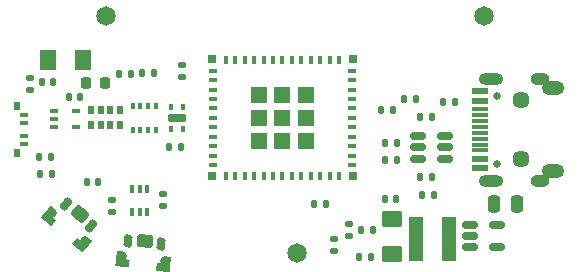
<source format=gts>
G04 #@! TF.GenerationSoftware,KiCad,Pcbnew,(6.0.0)*
G04 #@! TF.CreationDate,2022-03-23T01:08:54-05:00*
G04 #@! TF.ProjectId,temp sensor,74656d70-2073-4656-9e73-6f722e6b6963,0.3*
G04 #@! TF.SameCoordinates,Original*
G04 #@! TF.FileFunction,Soldermask,Top*
G04 #@! TF.FilePolarity,Negative*
%FSLAX45Y45*%
G04 Gerber Fmt 4.5, Leading zero omitted, Abs format (unit mm)*
G04 Created by KiCad (PCBNEW (6.0.0)) date 2022-03-23 01:08:54*
%MOMM*%
%LPD*%
G01*
G04 APERTURE LIST*
G04 Aperture macros list*
%AMRoundRect*
0 Rectangle with rounded corners*
0 $1 Rounding radius*
0 $2 $3 $4 $5 $6 $7 $8 $9 X,Y pos of 4 corners*
0 Add a 4 corners polygon primitive as box body*
4,1,4,$2,$3,$4,$5,$6,$7,$8,$9,$2,$3,0*
0 Add four circle primitives for the rounded corners*
1,1,$1+$1,$2,$3*
1,1,$1+$1,$4,$5*
1,1,$1+$1,$6,$7*
1,1,$1+$1,$8,$9*
0 Add four rect primitives between the rounded corners*
20,1,$1+$1,$2,$3,$4,$5,0*
20,1,$1+$1,$4,$5,$6,$7,0*
20,1,$1+$1,$6,$7,$8,$9,0*
20,1,$1+$1,$8,$9,$2,$3,0*%
%AMFreePoly0*
4,1,16,0.475001,-0.400000,0.075000,-0.400000,0.075000,-0.388121,0.000000,-0.400000,-0.123607,-0.380423,-0.235114,-0.323607,-0.323607,-0.235114,-0.380423,-0.123607,-0.400000,0.000000,-0.380423,0.123607,-0.323607,0.235114,-0.308721,0.250000,-0.675000,0.250000,-0.675000,0.900000,0.475000,0.900000,0.475001,-0.400000,0.475001,-0.400000,$1*%
%AMFreePoly1*
4,1,16,0.675000,0.250000,0.308721,0.250000,0.323607,0.235114,0.380423,0.123607,0.400000,0.000000,0.380423,-0.123607,0.323607,-0.235114,0.235114,-0.323607,0.123607,-0.380423,0.000000,-0.400000,-0.075000,-0.388121,-0.075000,-0.400000,-0.475000,-0.400000,-0.475000,0.900000,0.675000,0.900000,0.675000,0.250000,0.675000,0.250000,$1*%
G04 Aperture macros list end*
%ADD10RoundRect,0.150000X-0.512500X-0.150000X0.512500X-0.150000X0.512500X0.150000X-0.512500X0.150000X0*%
%ADD11R,0.350000X0.500000*%
%ADD12RoundRect,0.140000X-0.170000X0.140000X-0.170000X-0.140000X0.170000X-0.140000X0.170000X0.140000X0*%
%ADD13R,1.200000X3.700000*%
%ADD14RoundRect,0.135000X-0.135000X-0.185000X0.135000X-0.185000X0.135000X0.185000X-0.135000X0.185000X0*%
%ADD15RoundRect,0.135000X0.135000X0.185000X-0.135000X0.185000X-0.135000X-0.185000X0.135000X-0.185000X0*%
%ADD16RoundRect,0.135000X0.185000X-0.135000X0.185000X0.135000X-0.185000X0.135000X-0.185000X-0.135000X0*%
%ADD17RoundRect,0.087500X0.087500X-0.187500X0.087500X0.187500X-0.087500X0.187500X-0.087500X-0.187500X0*%
%ADD18RoundRect,0.175000X0.625000X-0.175000X0.625000X0.175000X-0.625000X0.175000X-0.625000X-0.175000X0*%
%ADD19RoundRect,0.250000X-0.250000X-0.475000X0.250000X-0.475000X0.250000X0.475000X-0.250000X0.475000X0*%
%ADD20RoundRect,0.140000X-0.140000X-0.170000X0.140000X-0.170000X0.140000X0.170000X-0.140000X0.170000X0*%
%ADD21C,0.650000*%
%ADD22R,1.450000X0.600000*%
%ADD23R,1.450000X0.300000*%
%ADD24O,2.100000X1.000000*%
%ADD25O,1.600000X1.000000*%
%ADD26RoundRect,0.140000X0.140000X0.170000X-0.140000X0.170000X-0.140000X-0.170000X0.140000X-0.170000X0*%
%ADD27RoundRect,0.275000X-0.451417X-0.229069X0.393926X-0.317918X0.451417X0.229069X-0.393926X0.317918X0*%
%ADD28RoundRect,0.175000X-0.213240X-0.354653X0.134843X-0.391238X0.213240X0.354653X-0.134843X0.391238X0*%
%ADD29FreePoly0,174.000000*%
%ADD30FreePoly1,174.000000*%
%ADD31RoundRect,0.135000X-0.185000X0.135000X-0.185000X-0.135000X0.185000X-0.135000X0.185000X0.135000X0*%
%ADD32RoundRect,0.140000X0.170000X-0.140000X0.170000X0.140000X-0.170000X0.140000X-0.170000X-0.140000X0*%
%ADD33R,0.400000X0.650000*%
%ADD34R,0.630000X0.660000*%
%ADD35R,0.800000X0.400000*%
%ADD36RoundRect,0.275000X-0.501168X0.071280X0.140335X-0.486370X0.501168X-0.071280X-0.140335X0.486370X0*%
%ADD37RoundRect,0.175000X-0.378096X-0.168206X-0.113948X-0.397826X0.378096X0.168206X0.113948X0.397826X0*%
%ADD38FreePoly0,139.000000*%
%ADD39FreePoly1,139.000000*%
%ADD40R,0.400000X0.800000*%
%ADD41R,1.450000X1.450000*%
%ADD42R,0.700000X0.700000*%
%ADD43C,1.650000*%
%ADD44RoundRect,0.250001X0.462499X0.624999X-0.462499X0.624999X-0.462499X-0.624999X0.462499X-0.624999X0*%
%ADD45RoundRect,0.250001X-0.624999X0.462499X-0.624999X-0.462499X0.624999X-0.462499X0.624999X0.462499X0*%
%ADD46R,0.590000X0.690000*%
%ADD47RoundRect,0.225000X-0.225000X-0.250000X0.225000X-0.250000X0.225000X0.250000X-0.225000X0.250000X0*%
%ADD48R,0.650000X0.400000*%
%ADD49O,1.900000X1.200000*%
%ADD50C,1.450000*%
G04 APERTURE END LIST*
D10*
G04 #@! TO.C,U5*
X15177558Y-9319002D03*
X15177558Y-9414002D03*
X15177558Y-9509002D03*
X15405058Y-9509002D03*
X15405058Y-9414002D03*
X15405058Y-9319002D03*
G04 #@! TD*
D11*
G04 #@! TO.C,U3*
X12765700Y-9060500D03*
X12830700Y-9060500D03*
X12895700Y-9060500D03*
X12960700Y-9060500D03*
X12960700Y-9265500D03*
X12895700Y-9265500D03*
X12830700Y-9265500D03*
X12765700Y-9265500D03*
G04 #@! TD*
D12*
G04 #@! TO.C,C2*
X14466800Y-10191000D03*
X14466800Y-10287000D03*
G04 #@! TD*
D13*
G04 #@! TO.C,L2*
X15443300Y-10192100D03*
X15163300Y-10192100D03*
G04 #@! TD*
D14*
G04 #@! TO.C,R8*
X14696800Y-10111000D03*
X14798800Y-10111000D03*
G04 #@! TD*
G04 #@! TO.C,R1*
X15059776Y-9008222D03*
X15161776Y-9008222D03*
G04 #@! TD*
D15*
G04 #@! TO.C,R3*
X12075800Y-9497000D03*
X11973800Y-9497000D03*
G04 #@! TD*
D16*
G04 #@! TO.C,R15*
X11897800Y-8930000D03*
X11897800Y-8828000D03*
G04 #@! TD*
D15*
G04 #@! TO.C,R13*
X15000800Y-9518000D03*
X14898800Y-9518000D03*
G04 #@! TD*
D10*
G04 #@! TO.C,U2*
X15622050Y-10068000D03*
X15622050Y-10163000D03*
X15622050Y-10258000D03*
X15849550Y-10258000D03*
X15849550Y-10068000D03*
G04 #@! TD*
D17*
G04 #@! TO.C,U1*
X13090800Y-9256500D03*
X13190800Y-9256500D03*
X13190800Y-9071500D03*
X13090800Y-9071500D03*
D18*
X13140800Y-9164000D03*
G04 #@! TD*
D19*
G04 #@! TO.C,C8*
X15825720Y-9894824D03*
X16015720Y-9894824D03*
G04 #@! TD*
D15*
G04 #@! TO.C,R11*
X15300144Y-9667240D03*
X15198144Y-9667240D03*
G04 #@! TD*
D14*
G04 #@! TO.C,R14*
X11975800Y-9636000D03*
X12077800Y-9636000D03*
G04 #@! TD*
D15*
G04 #@! TO.C,R12*
X15000424Y-9379966D03*
X14898424Y-9379966D03*
G04 #@! TD*
G04 #@! TO.C,R17*
X12941800Y-8787000D03*
X12839800Y-8787000D03*
G04 #@! TD*
D14*
G04 #@! TO.C,R2*
X14865800Y-9098000D03*
X14967800Y-9098000D03*
G04 #@! TD*
D20*
G04 #@! TO.C,C4*
X12376800Y-9710000D03*
X12472800Y-9710000D03*
G04 #@! TD*
D21*
G04 #@! TO.C,J1*
X15849696Y-8975396D03*
X15849696Y-9553396D03*
D22*
X15705196Y-9589396D03*
X15705196Y-9509396D03*
D23*
X15705196Y-9389396D03*
X15705196Y-9289396D03*
X15705196Y-9239396D03*
X15705196Y-9139396D03*
D22*
X15705196Y-9019396D03*
X15705196Y-8939396D03*
X15705196Y-8939396D03*
X15705196Y-9019396D03*
D23*
X15705196Y-9089396D03*
X15705196Y-9189396D03*
X15705196Y-9339396D03*
X15705196Y-9439396D03*
D22*
X15705196Y-9509396D03*
X15705196Y-9589396D03*
D24*
X15796696Y-8832396D03*
X15796696Y-9696396D03*
D25*
X16214696Y-9696396D03*
X16214696Y-8832396D03*
G04 #@! TD*
D16*
G04 #@! TO.C,R5*
X12587800Y-9962000D03*
X12587800Y-9860000D03*
G04 #@! TD*
D15*
G04 #@! TO.C,R7*
X13174800Y-9410000D03*
X13072800Y-9410000D03*
G04 #@! TD*
D14*
G04 #@! TO.C,R19*
X15390800Y-9033000D03*
X15492800Y-9033000D03*
G04 #@! TD*
D26*
G04 #@! TO.C,C6*
X14997800Y-9848384D03*
X14901800Y-9848384D03*
G04 #@! TD*
D27*
G04 #@! TO.C,SW2*
X12868998Y-10205603D03*
D28*
X13006663Y-10235154D03*
X12728197Y-10205886D03*
D29*
X12671819Y-10335704D03*
D30*
X13034819Y-10373857D03*
G04 #@! TD*
D31*
G04 #@! TO.C,R4*
X13017800Y-9809000D03*
X13017800Y-9911000D03*
G04 #@! TD*
D32*
G04 #@! TO.C,C5*
X13184800Y-8814000D03*
X13184800Y-8718000D03*
G04 #@! TD*
D15*
G04 #@! TO.C,R9*
X14782800Y-10340000D03*
X14680800Y-10340000D03*
G04 #@! TD*
D33*
G04 #@! TO.C,Q1*
X12759800Y-9960000D03*
X12824800Y-9960000D03*
X12889800Y-9960000D03*
X12889800Y-9770000D03*
X12824800Y-9770000D03*
X12759800Y-9770000D03*
G04 #@! TD*
D34*
G04 #@! TO.C,D2*
X11789500Y-9061000D03*
D35*
X11848000Y-9142000D03*
X11848000Y-9210000D03*
X11848000Y-9316000D03*
X11848000Y-9384000D03*
D34*
X11789500Y-9465000D03*
G04 #@! TD*
D26*
G04 #@! TO.C,C1*
X12092800Y-8859000D03*
X11996800Y-8859000D03*
G04 #@! TD*
D15*
G04 #@! TO.C,R16*
X12746800Y-8791000D03*
X12644800Y-8791000D03*
G04 #@! TD*
D16*
G04 #@! TO.C,R6*
X14593800Y-10163000D03*
X14593800Y-10061000D03*
G04 #@! TD*
D36*
G04 #@! TO.C,SW1*
X12319666Y-9976982D03*
D37*
X12415485Y-10080151D03*
X12204166Y-9896454D03*
D38*
X12083523Y-9970458D03*
D39*
X12358992Y-10209919D03*
G04 #@! TD*
D14*
G04 #@! TO.C,R10*
X15196800Y-9157000D03*
X15298800Y-9157000D03*
G04 #@! TD*
D15*
G04 #@! TO.C,R20*
X15318686Y-9816084D03*
X15216686Y-9816084D03*
G04 #@! TD*
D35*
G04 #@! TO.C,IC1*
X13443000Y-8764000D03*
X13443000Y-8844000D03*
X13443000Y-8924000D03*
X13443000Y-9004000D03*
X13443000Y-9084000D03*
X13443000Y-9164000D03*
X13443000Y-9244000D03*
X13443000Y-9324000D03*
X13443000Y-9404000D03*
X13443000Y-9484000D03*
X13443000Y-9564000D03*
D40*
X13553000Y-9654000D03*
X13633000Y-9654000D03*
X13713000Y-9654000D03*
X13793000Y-9654000D03*
X13873000Y-9654000D03*
X13953000Y-9654000D03*
X14033000Y-9654000D03*
X14113000Y-9654000D03*
X14193000Y-9654000D03*
X14273000Y-9654000D03*
X14353000Y-9654000D03*
X14433000Y-9654000D03*
X14513000Y-9654000D03*
D35*
X14623000Y-9564000D03*
X14623000Y-9484000D03*
X14623000Y-9404000D03*
X14623000Y-9324000D03*
X14623000Y-9244000D03*
X14623000Y-9164000D03*
X14623000Y-9084000D03*
X14623000Y-9004000D03*
X14623000Y-8924000D03*
X14623000Y-8844000D03*
X14623000Y-8764000D03*
D40*
X14513000Y-8674000D03*
X14433000Y-8674000D03*
X14353000Y-8674000D03*
X14273000Y-8674000D03*
X14193000Y-8674000D03*
X14113000Y-8674000D03*
X14033000Y-8674000D03*
X13953000Y-8674000D03*
X13873000Y-8674000D03*
X13793000Y-8674000D03*
X13713000Y-8674000D03*
X13633000Y-8674000D03*
X13553000Y-8674000D03*
D41*
X14033000Y-9164000D03*
D42*
X14628000Y-8669000D03*
X14628000Y-9659000D03*
X13438000Y-9659000D03*
X13438000Y-8669000D03*
D41*
X13835500Y-8966500D03*
X13835500Y-9164000D03*
X13835500Y-9361500D03*
X14033000Y-9361500D03*
X14230500Y-9361500D03*
X14230500Y-9164000D03*
X14230500Y-8966500D03*
X14033000Y-8966500D03*
G04 #@! TD*
D15*
G04 #@! TO.C,R21*
X14404800Y-9895000D03*
X14302800Y-9895000D03*
G04 #@! TD*
D43*
G04 #@! TO.C,H3*
X14153000Y-10306600D03*
G04 #@! TD*
G04 #@! TO.C,H2*
X15740200Y-8300000D03*
G04 #@! TD*
G04 #@! TO.C,H1*
X12539800Y-8300000D03*
G04 #@! TD*
D44*
G04 #@! TO.C,C3*
X12346550Y-8676000D03*
X12049050Y-8676000D03*
G04 #@! TD*
D45*
G04 #@! TO.C,C9*
X14959800Y-10021250D03*
X14959800Y-10318750D03*
G04 #@! TD*
D26*
G04 #@! TO.C,C10*
X12320800Y-8986000D03*
X12224800Y-8986000D03*
G04 #@! TD*
D46*
G04 #@! TO.C,U6*
X12415800Y-9227000D03*
X12495800Y-9227000D03*
X12575800Y-9227000D03*
X12655800Y-9227000D03*
X12655800Y-9099000D03*
X12575800Y-9099000D03*
X12495800Y-9099000D03*
X12415800Y-9099000D03*
G04 #@! TD*
D47*
G04 #@! TO.C,C7*
X12372300Y-8865000D03*
X12527300Y-8865000D03*
G04 #@! TD*
D48*
G04 #@! TO.C,U4*
X12094800Y-9108000D03*
X12094800Y-9173000D03*
X12094800Y-9238000D03*
X12284800Y-9238000D03*
X12284800Y-9108000D03*
G04 #@! TD*
D49*
G04 #@! TO.C,J4*
X16326250Y-9615000D03*
D50*
X16056250Y-9015000D03*
X16056250Y-9515000D03*
D49*
X16326250Y-8915000D03*
G04 #@! TD*
M02*

</source>
